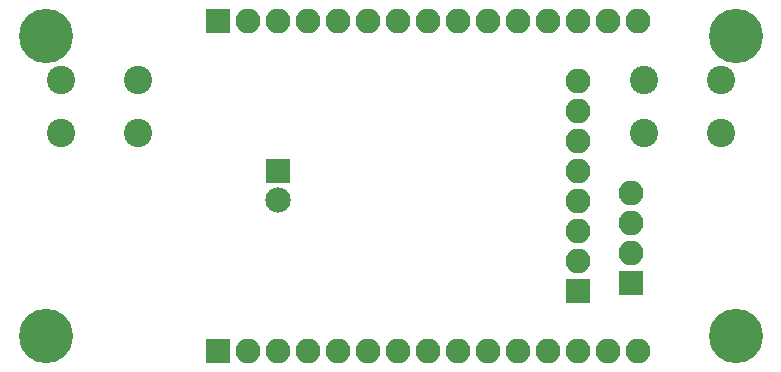
<source format=gbr>
G04 #@! TF.FileFunction,Soldermask,Bot*
%FSLAX46Y46*%
G04 Gerber Fmt 4.6, Leading zero omitted, Abs format (unit mm)*
G04 Created by KiCad (PCBNEW 4.0.7) date 03/26/18 16:58:00*
%MOMM*%
%LPD*%
G01*
G04 APERTURE LIST*
%ADD10C,0.100000*%
%ADD11C,4.600000*%
%ADD12R,2.100000X2.100000*%
%ADD13O,2.100000X2.100000*%
%ADD14C,2.400000*%
%ADD15R,2.150000X2.150000*%
%ADD16C,2.150000*%
G04 APERTURE END LIST*
D10*
D11*
X204470000Y-104775000D03*
X146050000Y-104775000D03*
X146050000Y-79375000D03*
D12*
X195580000Y-100330000D03*
D13*
X195580000Y-97790000D03*
X195580000Y-95250000D03*
X195580000Y-92710000D03*
D14*
X203200000Y-83130000D03*
X203200000Y-87630000D03*
X196700000Y-83130000D03*
X196700000Y-87630000D03*
D12*
X160655000Y-78105000D03*
D13*
X163195000Y-78105000D03*
X165735000Y-78105000D03*
X168275000Y-78105000D03*
X170815000Y-78105000D03*
X173355000Y-78105000D03*
X175895000Y-78105000D03*
X178435000Y-78105000D03*
X180975000Y-78105000D03*
X183515000Y-78105000D03*
X186055000Y-78105000D03*
X188595000Y-78105000D03*
X191135000Y-78105000D03*
X193675000Y-78105000D03*
X196215000Y-78105000D03*
D12*
X160655000Y-106045000D03*
D13*
X163195000Y-106045000D03*
X165735000Y-106045000D03*
X168275000Y-106045000D03*
X170815000Y-106045000D03*
X173355000Y-106045000D03*
X175895000Y-106045000D03*
X178435000Y-106045000D03*
X180975000Y-106045000D03*
X183515000Y-106045000D03*
X186055000Y-106045000D03*
X188595000Y-106045000D03*
X191135000Y-106045000D03*
X193675000Y-106045000D03*
X196215000Y-106045000D03*
D12*
X191135000Y-100965000D03*
D13*
X191135000Y-98425000D03*
X191135000Y-95885000D03*
X191135000Y-93345000D03*
X191135000Y-90805000D03*
X191135000Y-88265000D03*
X191135000Y-85725000D03*
X191135000Y-83185000D03*
D11*
X204470000Y-79375000D03*
D15*
X165735000Y-90805000D03*
D16*
X165735000Y-93305000D03*
D14*
X147320000Y-83130000D03*
X147320000Y-87630000D03*
X153820000Y-83130000D03*
X153820000Y-87630000D03*
M02*

</source>
